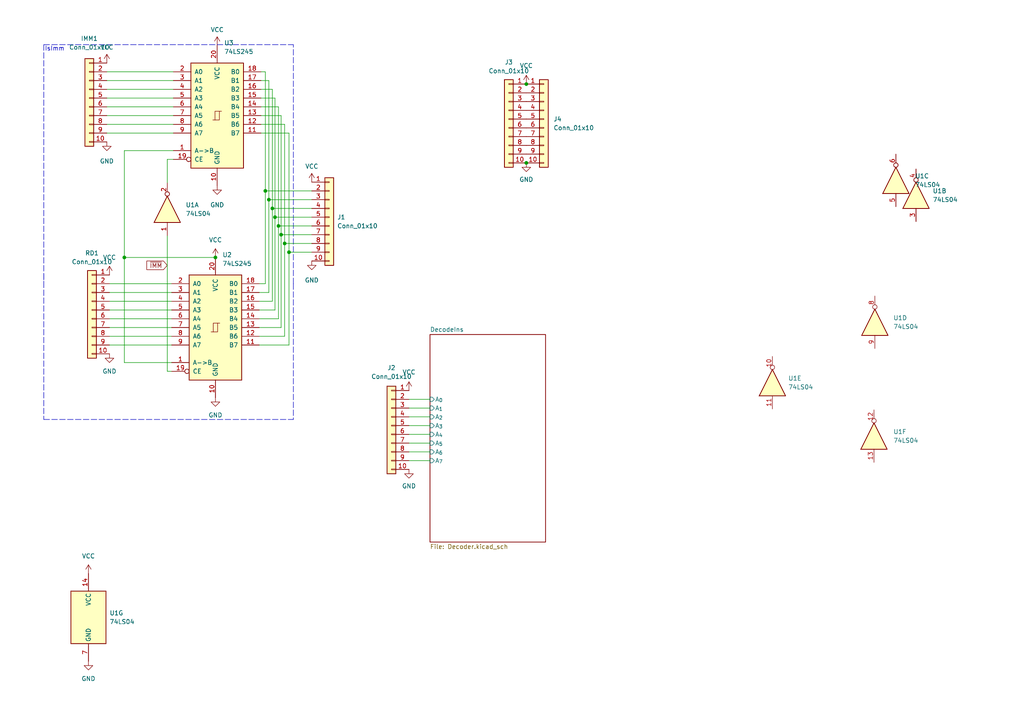
<source format=kicad_sch>
(kicad_sch (version 20211123) (generator eeschema)
  (paper "A4")
  (lib_symbols
    (symbol "74xx:74LS04"
      (property "Reference" "U" (at 0 1.27 0))
      (property "Value" "74LS04" (at 0 -1.27 0))
      (symbol "74LS04_1_0"
        (polyline (pts (xy -3.81 3.81) (xy -3.81 -3.81) (xy 3.81 0) (xy -3.81 3.81)) (stroke (width 0.254)) (fill (type background)))
        (pin input line (at -7.62 0 0) (length 3.81) (name "~") (number "1"))
        (pin output inverted (at 7.62 0 180) (length 3.81) (name "~") (number "2"))
      )
      (symbol "74LS04_2_0"
        (polyline (pts (xy -3.81 3.81) (xy -3.81 -3.81) (xy 3.81 0) (xy -3.81 3.81)) (stroke (width 0.254)) (fill (type background)))
        (pin input line (at -7.62 0 0) (length 3.81) (name "~") (number "3"))
        (pin output inverted (at 7.62 0 180) (length 3.81) (name "~") (number "4"))
      )
      (symbol "74LS04_3_0"
        (polyline (pts (xy -3.81 3.81) (xy -3.81 -3.81) (xy 3.81 0) (xy -3.81 3.81)) (stroke (width 0.254)) (fill (type background)))
        (pin input line (at -7.62 0 0) (length 3.81) (name "~") (number "5"))
        (pin output inverted (at 7.62 0 180) (length 3.81) (name "~") (number "6"))
      )
      (symbol "74LS04_4_0"
        (polyline (pts (xy -3.81 3.81) (xy -3.81 -3.81) (xy 3.81 0) (xy -3.81 3.81)) (stroke (width 0.254)) (fill (type background)))
        (pin output inverted (at 7.62 0 180) (length 3.81) (name "~") (number "8"))
        (pin input line (at -7.62 0 0) (length 3.81) (name "~") (number "9"))
      )
      (symbol "74LS04_5_0"
        (polyline (pts (xy -3.81 3.81) (xy -3.81 -3.81) (xy 3.81 0) (xy -3.81 3.81)) (stroke (width 0.254)) (fill (type background)))
        (pin output inverted (at 7.62 0 180) (length 3.81) (name "~") (number "10"))
        (pin input line (at -7.62 0 0) (length 3.81) (name "~") (number "11"))
      )
      (symbol "74LS04_6_0"
        (polyline (pts (xy -3.81 3.81) (xy -3.81 -3.81) (xy 3.81 0) (xy -3.81 3.81)) (stroke (width 0.254)) (fill (type background)))
        (pin output inverted (at 7.62 0 180) (length 3.81) (name "~") (number "12"))
        (pin input line (at -7.62 0 0) (length 3.81) (name "~") (number "13"))
      )
      (symbol "74LS04_7_0"
        (pin power_in line (at 0 12.7 270) (length 5.08) (name "VCC") (number "14"))
        (pin power_in line (at 0 -12.7 90) (length 5.08) (name "GND") (number "7"))
      )
      (symbol "74LS04_7_1"
        (rectangle (start -5.08 7.62) (end 5.08 -7.62) (stroke (width 0.254)) (fill (type background)))
      )
    )
    (symbol "74xx:74LS245" (pin_names (offset 1.016))
      (property "Reference" "U" (at -7.62 16.51 0))
      (property "Value" "74LS245" (at -7.62 -16.51 0))
      (symbol "74LS245_1_0"
        (polyline (pts (xy -0.635 -1.27) (xy -0.635 1.27) (xy 0.635 1.27)))
        (polyline (pts (xy -1.27 -1.27) (xy 0.635 -1.27) (xy 0.635 1.27) (xy 1.27 1.27)))
        (pin input line (at -12.7 -10.16 0) (length 5.08) (name "A->B") (number "1"))
        (pin power_in line (at 0 -20.32 90) (length 5.08) (name "GND") (number "10"))
        (pin tri_state line (at 12.7 -5.08 180) (length 5.08) (name "B7") (number "11"))
        (pin tri_state line (at 12.7 -2.54 180) (length 5.08) (name "B6") (number "12"))
        (pin tri_state line (at 12.7 0 180) (length 5.08) (name "B5") (number "13"))
        (pin tri_state line (at 12.7 2.54 180) (length 5.08) (name "B4") (number "14"))
        (pin tri_state line (at 12.7 5.08 180) (length 5.08) (name "B3") (number "15"))
        (pin tri_state line (at 12.7 7.62 180) (length 5.08) (name "B2") (number "16"))
        (pin tri_state line (at 12.7 10.16 180) (length 5.08) (name "B1") (number "17"))
        (pin tri_state line (at 12.7 12.7 180) (length 5.08) (name "B0") (number "18"))
        (pin input inverted (at -12.7 -12.7 0) (length 5.08) (name "CE") (number "19"))
        (pin tri_state line (at -12.7 12.7 0) (length 5.08) (name "A0") (number "2"))
        (pin power_in line (at 0 20.32 270) (length 5.08) (name "VCC") (number "20"))
        (pin tri_state line (at -12.7 10.16 0) (length 5.08) (name "A1") (number "3"))
        (pin tri_state line (at -12.7 7.62 0) (length 5.08) (name "A2") (number "4"))
        (pin tri_state line (at -12.7 5.08 0) (length 5.08) (name "A3") (number "5"))
        (pin tri_state line (at -12.7 2.54 0) (length 5.08) (name "A4") (number "6"))
        (pin tri_state line (at -12.7 0 0) (length 5.08) (name "A5") (number "7"))
        (pin tri_state line (at -12.7 -2.54 0) (length 5.08) (name "A6") (number "8"))
        (pin tri_state line (at -12.7 -5.08 0) (length 5.08) (name "A7") (number "9"))
      )
      (symbol "74LS245_1_1"
        (rectangle (start -7.62 15.24) (end 7.62 -15.24) (stroke (width 0.254)) (fill (type background)))
      )
    )
    (symbol "Connector_Generic:Conn_01x10" (pin_names (offset 1.016) hide)
      (property "Reference" "J" (at 0 12.7 0))
      (property "Value" "Conn_01x10" (at 0 -15.24 0))
      (symbol "Conn_01x10_1_1"
        (rectangle (start -1.27 -12.573) (end 0 -12.827) (stroke (width 0.1524)))
        (rectangle (start -1.27 -10.033) (end 0 -10.287) (stroke (width 0.1524)))
        (rectangle (start -1.27 -7.493) (end 0 -7.747) (stroke (width 0.1524)))
        (rectangle (start -1.27 -4.953) (end 0 -5.207) (stroke (width 0.1524)))
        (rectangle (start -1.27 -2.413) (end 0 -2.667) (stroke (width 0.1524)))
        (rectangle (start -1.27 0.127) (end 0 -0.127) (stroke (width 0.1524)))
        (rectangle (start -1.27 2.667) (end 0 2.413) (stroke (width 0.1524)))
        (rectangle (start -1.27 5.207) (end 0 4.953) (stroke (width 0.1524)))
        (rectangle (start -1.27 7.747) (end 0 7.493) (stroke (width 0.1524)))
        (rectangle (start -1.27 10.287) (end 0 10.033) (stroke (width 0.1524)))
        (rectangle (start -1.27 11.43) (end 1.27 -13.97) (stroke (width 0.254)) (fill (type background)))
        (pin passive line (at -5.08 10.16 0) (length 3.81) (name "Pin_1") (number "1"))
        (pin passive line (at -5.08 -12.7 0) (length 3.81) (name "Pin_10") (number "10"))
        (pin passive line (at -5.08 7.62 0) (length 3.81) (name "Pin_2") (number "2"))
        (pin passive line (at -5.08 5.08 0) (length 3.81) (name "Pin_3") (number "3"))
        (pin passive line (at -5.08 2.54 0) (length 3.81) (name "Pin_4") (number "4"))
        (pin passive line (at -5.08 0 0) (length 3.81) (name "Pin_5") (number "5"))
        (pin passive line (at -5.08 -2.54 0) (length 3.81) (name "Pin_6") (number "6"))
        (pin passive line (at -5.08 -5.08 0) (length 3.81) (name "Pin_7") (number "7"))
        (pin passive line (at -5.08 -7.62 0) (length 3.81) (name "Pin_8") (number "8"))
        (pin passive line (at -5.08 -10.16 0) (length 3.81) (name "Pin_9") (number "9"))
      )
    )
    (symbol "power:GND" (power) (pin_names (offset 0))
      (property "Value" "GND" (at 0 -3.81 0))
      (symbol "GND_0_1"
        (polyline (pts (xy 0 0) (xy 0 -1.27) (xy 1.27 -1.27) (xy 0 -2.54) (xy -1.27 -1.27) (xy 0 -1.27)))
      )
      (symbol "GND_1_1"
        (pin power_in line (at 0 0 270) (length 0) hide (name "GND") (number "1"))
      )
    )
    (symbol "power:VCC" (power) (pin_names (offset 0))
      (property "Value" "VCC" (at 0 3.81 0))
      (symbol "VCC_0_1"
        (polyline (pts (xy -0.762 1.27) (xy 0 2.54)))
        (polyline (pts (xy 0 0) (xy 0 2.54)))
        (polyline (pts (xy 0 2.54) (xy 0.762 1.27)))
      )
      (symbol "VCC_1_1"
        (pin power_in line (at 0 0 90) (length 0) hide (name "VCC") (number "1"))
      )
    )
  )
  (junction (at 76.962 55.372))
  (junction (at 78.994 60.452))
  (junction (at 152.654 24.384))
  (junction (at 36.068 74.676))
  (junction (at 80.772 65.532))
  (junction (at 77.978 57.912))
  (junction (at 62.484 74.676))
  (junction (at 152.654 47.244))
  (junction (at 79.756 62.992))
  (junction (at 81.534 68.072))
  (junction (at 82.55 70.612))
  (junction (at 83.82 73.152))
  (wire (pts (xy 82.55 36.068) (xy 75.692 36.068)))
  (wire (pts (xy 118.618 115.824) (xy 124.714 115.824)))
  (wire (pts (xy 118.618 133.604) (xy 124.714 133.604)))
  (wire (pts (xy 80.772 30.988) (xy 75.692 30.988)))
  (wire (pts (xy 90.424 60.452) (xy 78.994 60.452)))
  (polyline (pts (xy 85.09 82.296) (xy 85.09 12.954)))
  (wire (pts (xy 31.75 94.996) (xy 49.784 94.996)))
  (wire (pts (xy 30.988 38.608) (xy 50.292 38.608)))
  (wire (pts (xy 118.618 128.524) (xy 124.714 128.524)))
  (wire (pts (xy 90.424 62.992) (xy 79.756 62.992)))
  (wire (pts (xy 31.75 87.376) (xy 49.784 87.376)))
  (wire (pts (xy 79.756 89.916) (xy 75.184 89.916)))
  (wire (pts (xy 77.978 23.368) (xy 77.978 57.912)))
  (wire (pts (xy 30.988 28.448) (xy 50.292 28.448)))
  (wire (pts (xy 82.55 70.612) (xy 90.424 70.612)))
  (wire (pts (xy 82.55 70.612) (xy 82.55 36.068)))
  (wire (pts (xy 30.988 33.528) (xy 50.292 33.528)))
  (wire (pts (xy 49.784 107.696) (xy 48.514 107.696)))
  (wire (pts (xy 36.068 43.688) (xy 36.068 74.676)))
  (wire (pts (xy 118.618 118.364) (xy 124.714 118.364)))
  (wire (pts (xy 31.75 82.296) (xy 49.784 82.296)))
  (wire (pts (xy 48.514 107.696) (xy 48.514 68.326)))
  (wire (pts (xy 90.424 73.152) (xy 83.82 73.152)))
  (wire (pts (xy 78.994 60.452) (xy 78.994 87.376)))
  (wire (pts (xy 36.068 105.156) (xy 49.784 105.156)))
  (wire (pts (xy 90.424 57.912) (xy 77.978 57.912)))
  (wire (pts (xy 90.424 55.372) (xy 76.962 55.372)))
  (wire (pts (xy 75.692 38.608) (xy 83.82 38.608)))
  (wire (pts (xy 50.292 43.688) (xy 36.068 43.688)))
  (wire (pts (xy 75.184 84.836) (xy 77.978 84.836)))
  (wire (pts (xy 31.75 84.836) (xy 49.784 84.836)))
  (wire (pts (xy 30.988 20.828) (xy 50.292 20.828)))
  (wire (pts (xy 81.534 68.072) (xy 81.534 94.996)))
  (wire (pts (xy 118.618 123.444) (xy 124.714 123.444)))
  (wire (pts (xy 76.962 55.372) (xy 76.962 82.296)))
  (wire (pts (xy 76.962 20.828) (xy 76.962 55.372)))
  (wire (pts (xy 31.75 97.536) (xy 49.784 97.536)))
  (wire (pts (xy 90.424 68.072) (xy 81.534 68.072)))
  (wire (pts (xy 48.514 53.086) (xy 48.514 46.228)))
  (wire (pts (xy 30.988 30.988) (xy 50.292 30.988)))
  (wire (pts (xy 83.82 38.608) (xy 83.82 73.152)))
  (wire (pts (xy 80.772 65.532) (xy 80.772 30.988)))
  (wire (pts (xy 118.618 125.984) (xy 124.714 125.984)))
  (wire (pts (xy 30.988 23.368) (xy 50.292 23.368)))
  (wire (pts (xy 79.756 62.992) (xy 79.756 89.916)))
  (wire (pts (xy 75.184 92.456) (xy 80.772 92.456)))
  (polyline (pts (xy 85.09 82.296) (xy 85.09 121.666)))
  (wire (pts (xy 83.82 73.152) (xy 83.82 100.076)))
  (wire (pts (xy 81.534 33.528) (xy 75.692 33.528)))
  (wire (pts (xy 77.978 23.368) (xy 75.692 23.368)))
  (wire (pts (xy 81.534 33.528) (xy 81.534 68.072)))
  (wire (pts (xy 79.756 28.448) (xy 79.756 62.992)))
  (wire (pts (xy 30.988 36.068) (xy 50.292 36.068)))
  (wire (pts (xy 77.978 57.912) (xy 77.978 84.836)))
  (wire (pts (xy 75.184 82.296) (xy 76.962 82.296)))
  (wire (pts (xy 75.184 97.536) (xy 82.55 97.536)))
  (wire (pts (xy 31.75 89.916) (xy 49.784 89.916)))
  (wire (pts (xy 76.962 20.828) (xy 75.692 20.828)))
  (wire (pts (xy 75.692 28.448) (xy 79.756 28.448)))
  (polyline (pts (xy 12.7 121.666) (xy 85.09 121.666)))
  (polyline (pts (xy 12.7 12.954) (xy 85.09 12.954)))
  (wire (pts (xy 62.484 74.676) (xy 36.068 74.676)))
  (wire (pts (xy 75.184 94.996) (xy 81.534 94.996)))
  (wire (pts (xy 36.068 74.676) (xy 36.068 105.156)))
  (wire (pts (xy 78.994 25.908) (xy 78.994 60.452)))
  (wire (pts (xy 83.82 100.076) (xy 75.184 100.076)))
  (polyline (pts (xy 12.7 12.954) (xy 12.7 81.788)))
  (wire (pts (xy 78.994 87.376) (xy 75.184 87.376)))
  (wire (pts (xy 31.75 92.456) (xy 49.784 92.456)))
  (wire (pts (xy 31.75 100.076) (xy 49.784 100.076)))
  (wire (pts (xy 75.692 25.908) (xy 78.994 25.908)))
  (wire (pts (xy 48.514 46.228) (xy 50.292 46.228)))
  (polyline (pts (xy 12.7 79.502) (xy 12.7 121.666)))
  (wire (pts (xy 118.618 120.904) (xy 124.714 120.904)))
  (wire (pts (xy 82.55 97.536) (xy 82.55 70.612)))
  (wire (pts (xy 80.772 65.532) (xy 90.424 65.532)))
  (wire (pts (xy 30.988 25.908) (xy 50.292 25.908)))
  (wire (pts (xy 118.618 131.064) (xy 124.714 131.064)))
  (wire (pts (xy 80.772 92.456) (xy 80.772 65.532)))
  (text "IsImm" (at 12.954 14.986 0) (effects (font (size 1.27 1.27)) (justify left bottom)))
  (global_label "~{IMM}" (shape input) (at 48.514 76.962 180) (property "Intersheet References" "${INTERSHEET_REFS}" (effects hide)))
  (symbol (lib_id "power:VCC") (at 118.618 113.284 0) (unit 1)
    (property "Reference" "#PWR0112" (effects hide))
    (property "Value" "VCC" (at 118.618 107.95 0))
  )
  (symbol (lib_id "power:VCC") (at 31.75 79.756 0) (unit 1)
    (property "Reference" "#PWR0103" (effects hide))
    (property "Value" "VCC" (at 31.75 74.676 0))
  )
  (symbol (lib_id "74xx:74LS04") (at 48.514 60.706 90) (unit 1)
    (property "Reference" "U1" (at 53.848 59.4359 90) (effects (justify right)))
    (property "Value" "74LS04" (at 53.848 61.9759 90) (effects (justify right)))
    (property "Footprint" "Package_DIP:DIP-14_W7.62mm_Socket_LongPads" (effects hide))
    (property "Datasheet" "http://www.ti.com/lit/gpn/sn74LS04" (effects hide))
  )
  (symbol (lib_id "74xx:74LS245") (at 62.484 94.996 0) (unit 1)
    (property "Reference" "U2" (at 64.5034 73.914 0) (effects (justify left)))
    (property "Value" "74LS245" (at 64.5034 76.454 0) (effects (justify left)))
    (property "Footprint" "Package_DIP:DIP-20_W7.62mm_Socket_LongPads" (effects hide))
    (property "Datasheet" "http://www.ti.com/lit/gpn/sn74LS245" (effects hide))
  )
  (symbol (lib_id "power:VCC") (at 30.988 18.288 0) (unit 1)
    (property "Reference" "#PWR0109" (effects hide))
    (property "Value" "VCC" (at 30.988 13.716 0))
  )
  (symbol (lib_id "Connector_Generic:Conn_01x10") (at 25.908 28.448 0) (mirror y) (unit 1)
    (property "Reference" "IMM1" (at 25.908 11.176 0))
    (property "Value" "Conn_01x10" (at 25.908 13.716 0))
    (property "Footprint" "Connector_PinSocket_2.54mm:PinSocket_1x10_P2.54mm_Vertical" (effects hide))
  )
  (symbol (lib_id "Connector_Generic:Conn_01x10") (at 95.504 62.992 0) (unit 1)
    (property "Reference" "J1" (at 97.79 62.9919 0) (effects (justify left)))
    (property "Value" "Conn_01x10" (at 97.79 65.5319 0) (effects (justify left)))
    (property "Footprint" "Connector_PinSocket_2.54mm:PinSocket_1x10_P2.54mm_Vertical" (effects hide))
  )
  (symbol (lib_id "power:GND") (at 152.654 47.244 0) (unit 1)
    (property "Reference" "#PWR0116" (effects hide))
    (property "Value" "GND" (at 152.654 52.07 0))
  )
  (symbol (lib_id "power:GND") (at 31.75 102.616 0) (unit 1)
    (property "Reference" "#PWR0104" (effects hide))
    (property "Value" "GND" (at 31.75 107.696 0))
  )
  (symbol (lib_id "power:VCC") (at 62.484 74.676 0) (unit 1)
    (property "Reference" "#PWR0105" (effects hide))
    (property "Value" "VCC" (at 62.484 69.596 0))
  )
  (symbol (lib_id "74xx:74LS04") (at 253.746 93.472 90) (unit 4)
    (property "Reference" "U1" (at 259.08 92.2019 90) (effects (justify right)))
    (property "Value" "74LS04" (at 259.08 94.7419 90) (effects (justify right)))
    (property "Footprint" "Package_DIP:DIP-14_W7.62mm_Socket_LongPads" (effects hide))
    (property "Datasheet" "http://www.ti.com/lit/gpn/sn74LS04" (effects hide))
  )
  (symbol (lib_id "power:GND") (at 118.618 136.144 0) (unit 1)
    (property "Reference" "#PWR0111" (effects hide))
    (property "Value" "GND" (at 118.618 140.97 0))
  )
  (symbol (lib_id "Connector_Generic:Conn_01x10") (at 26.67 89.916 0) (mirror y) (unit 1)
    (property "Reference" "RD1" (at 26.67 73.406 0))
    (property "Value" "Conn_01x10" (at 26.67 75.946 0))
    (property "Footprint" "Connector_PinSocket_2.54mm:PinSocket_1x10_P2.54mm_Vertical" (effects hide))
  )
  (symbol (lib_id "74xx:74LS04") (at 224.028 110.998 90) (unit 5)
    (property "Reference" "U1" (at 228.6 109.7279 90) (effects (justify right)))
    (property "Value" "74LS04" (at 228.6 112.2679 90) (effects (justify right)))
    (property "Footprint" "Package_DIP:DIP-14_W7.62mm_Socket_LongPads" (effects hide))
    (property "Datasheet" "http://www.ti.com/lit/gpn/sn74LS04" (effects hide))
  )
  (symbol (lib_id "74xx:74LS04") (at 253.492 126.492 90) (unit 6)
    (property "Reference" "U1" (at 259.08 125.2219 90) (effects (justify right)))
    (property "Value" "74LS04" (at 259.08 127.7619 90) (effects (justify right)))
    (property "Footprint" "Package_DIP:DIP-14_W7.62mm_Socket_LongPads" (effects hide))
    (property "Datasheet" "http://www.ti.com/lit/gpn/sn74LS04" (effects hide))
  )
  (symbol (lib_id "power:GND") (at 62.484 115.316 0) (unit 1)
    (property "Reference" "#PWR0108" (effects hide))
    (property "Value" "GND" (at 62.484 120.396 0))
  )
  (symbol (lib_id "Connector_Generic:Conn_01x10") (at 147.574 34.544 0) (mirror y) (unit 1)
    (property "Reference" "J3" (at 147.574 18.034 0))
    (property "Value" "Conn_01x10" (at 147.574 20.574 0))
    (property "Footprint" "Connector_PinSocket_2.54mm:PinSocket_1x10_P2.54mm_Vertical" (effects hide))
  )
  (symbol (lib_id "power:VCC") (at 62.992 13.208 0) (unit 1)
    (property "Reference" "#PWR0110" (effects hide))
    (property "Value" "VCC" (at 62.992 8.636 0))
  )
  (symbol (lib_id "74xx:74LS04") (at 265.684 56.642 90) (unit 2)
    (property "Reference" "U1" (at 270.51 55.3719 90) (effects (justify right)))
    (property "Value" "74LS04" (at 270.51 57.9119 90) (effects (justify right)))
    (property "Footprint" "Package_DIP:DIP-14_W7.62mm_Socket_LongPads" (effects hide))
    (property "Datasheet" "http://www.ti.com/lit/gpn/sn74LS04" (effects hide))
  )
  (symbol (lib_id "74xx:74LS04") (at 259.842 52.324 90) (unit 3)
    (property "Reference" "U1" (at 265.43 51.0539 90) (effects (justify right)))
    (property "Value" "74LS04" (at 265.43 53.5939 90) (effects (justify right)))
    (property "Footprint" "Package_DIP:DIP-14_W7.62mm_Socket_LongPads" (effects hide))
    (property "Datasheet" "http://www.ti.com/lit/gpn/sn74LS04" (effects hide))
  )
  (symbol (lib_id "power:VCC") (at 25.654 166.37 0) (unit 1)
    (property "Reference" "#PWR0107" (effects hide))
    (property "Value" "VCC" (at 25.654 161.29 0))
  )
  (symbol (lib_id "power:GND") (at 62.992 53.848 0) (unit 1)
    (property "Reference" "#PWR0102" (effects hide))
    (property "Value" "GND" (at 62.992 59.436 0))
  )
  (symbol (lib_id "power:GND") (at 90.424 75.692 0) (unit 1)
    (property "Reference" "#PWR0113" (effects hide))
    (property "Value" "GND" (at 90.424 81.28 0))
  )
  (symbol (lib_id "74xx:74LS245") (at 62.992 33.528 0) (unit 1)
    (property "Reference" "U3" (at 65.0114 12.446 0) (effects (justify left)))
    (property "Value" "74LS245" (at 65.0114 14.986 0) (effects (justify left)))
    (property "Footprint" "Package_DIP:DIP-20_W7.62mm_Socket_LongPads" (effects hide))
    (property "Datasheet" "http://www.ti.com/lit/gpn/sn74LS245" (effects hide))
  )
  (symbol (lib_id "power:VCC") (at 152.654 24.384 0) (unit 1)
    (property "Reference" "#PWR0115" (effects hide))
    (property "Value" "VCC" (at 152.654 19.05 0))
  )
  (symbol (lib_id "74xx:74LS04") (at 25.654 179.07 0) (unit 7)
    (property "Reference" "U1" (at 31.75 177.7999 0) (effects (justify left)))
    (property "Value" "74LS04" (at 31.75 180.3399 0) (effects (justify left)))
    (property "Footprint" "Package_DIP:DIP-14_W7.62mm_Socket_LongPads" (effects hide))
    (property "Datasheet" "http://www.ti.com/lit/gpn/sn74LS04" (effects hide))
  )
  (symbol (lib_id "Connector_Generic:Conn_01x10") (at 113.538 123.444 0) (mirror y) (unit 1)
    (property "Reference" "J2" (at 113.538 106.68 0))
    (property "Value" "Conn_01x10" (at 113.538 109.22 0))
    (property "Footprint" "Connector_PinSocket_2.54mm:PinSocket_1x10_P2.54mm_Vertical" (effects hide))
  )
  (symbol (lib_id "power:VCC") (at 90.424 52.832 0) (unit 1)
    (property "Reference" "#PWR0114" (effects hide))
    (property "Value" "VCC" (at 90.424 48.26 0))
  )
  (symbol (lib_id "power:GND") (at 25.654 191.77 0) (unit 1)
    (property "Reference" "#PWR0106" (effects hide))
    (property "Value" "GND" (at 25.654 196.85 0))
  )
  (symbol (lib_id "power:GND") (at 30.988 41.148 0) (unit 1)
    (property "Reference" "#PWR0101" (effects hide))
    (property "Value" "GND" (at 30.988 46.736 0))
  )
  (symbol (lib_id "Connector_Generic:Conn_01x10") (at 157.734 34.544 0) (unit 1)
    (property "Reference" "J4" (at 160.528 34.5439 0) (effects (justify left)))
    (property "Value" "Conn_01x10" (at 160.528 37.0839 0) (effects (justify left)))
    (property "Footprint" "Connector_PinSocket_2.54mm:PinSocket_1x10_P2.54mm_Vertical" (effects hide))
  )
  (sheet (at 124.714 97.028) (size 33.528 60.198) (stroke (width 0.1524))
    (property "Sheet name" "DecodeIns" (at 124.714 96.3164 0) (effects (justify left bottom)))
    (property "Sheet file" "Decoder.kicad_sch" (at 124.714 157.8106 0) (effects (justify left top)))
    (pin "A_{2}" input (at 124.714 120.904 180))
    (pin "A_{3}" input (at 124.714 123.444 180))
    (pin "A_{1}" input (at 124.714 118.364 180))
    (pin "A_{0}" input (at 124.714 115.824 180))
    (pin "A_{5}" input (at 124.714 128.524 180))
    (pin "A_{4}" input (at 124.714 125.984 180))
    (pin "A_{6}" input (at 124.714 131.064 180))
    (pin "A_{7}" input (at 124.714 133.604 180))
  )
)
</source>
